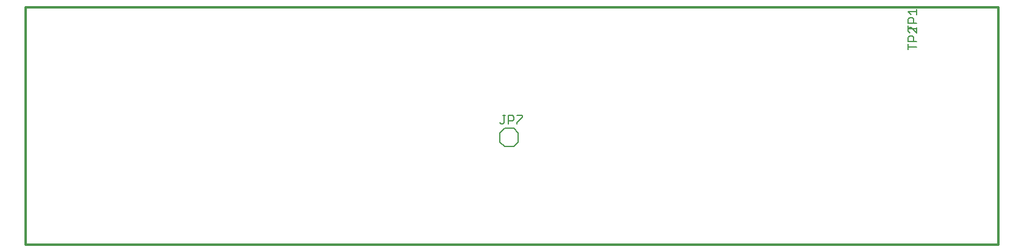
<source format=gto>
G75*
%MOIN*%
%OFA0B0*%
%FSLAX24Y24*%
%IPPOS*%
%LPD*%
%AMOC8*
5,1,8,0,0,1.08239X$1,22.5*
%
%ADD10C,0.0120*%
%ADD11C,0.0050*%
%ADD12C,0.0060*%
D10*
X004191Y001375D02*
X004191Y014368D01*
X057341Y014368D01*
X057341Y001375D01*
X004191Y001375D01*
D11*
X030105Y008063D02*
X030180Y007988D01*
X030255Y007988D01*
X030330Y008063D01*
X030330Y008438D01*
X030255Y008438D02*
X030405Y008438D01*
X030565Y008438D02*
X030790Y008438D01*
X030865Y008363D01*
X030865Y008213D01*
X030790Y008138D01*
X030565Y008138D01*
X030565Y007988D02*
X030565Y008438D01*
X031026Y008438D02*
X031326Y008438D01*
X031326Y008363D01*
X031026Y008063D01*
X031026Y007988D01*
X052409Y012043D02*
X052409Y012343D01*
X052409Y012193D02*
X052860Y012193D01*
X052860Y012503D02*
X052409Y012503D01*
X052409Y012728D01*
X052485Y012803D01*
X052635Y012803D01*
X052710Y012728D01*
X052710Y012503D01*
X052860Y012963D02*
X052560Y013264D01*
X052485Y013264D01*
X052409Y013188D01*
X052409Y013038D01*
X052485Y012963D01*
X052409Y013043D02*
X052409Y013343D01*
X052409Y013193D02*
X052860Y013193D01*
X052860Y013264D02*
X052860Y012963D01*
X052860Y013503D02*
X052409Y013503D01*
X052409Y013728D01*
X052485Y013803D01*
X052635Y013803D01*
X052710Y013728D01*
X052710Y013503D01*
X052860Y013963D02*
X052860Y014264D01*
X052860Y014113D02*
X052409Y014113D01*
X052560Y013963D01*
D12*
X031110Y007493D02*
X031110Y006993D01*
X030860Y006743D01*
X030360Y006743D01*
X030110Y006993D01*
X030110Y007493D01*
X030360Y007743D01*
X030860Y007743D01*
X031110Y007493D01*
M02*

</source>
